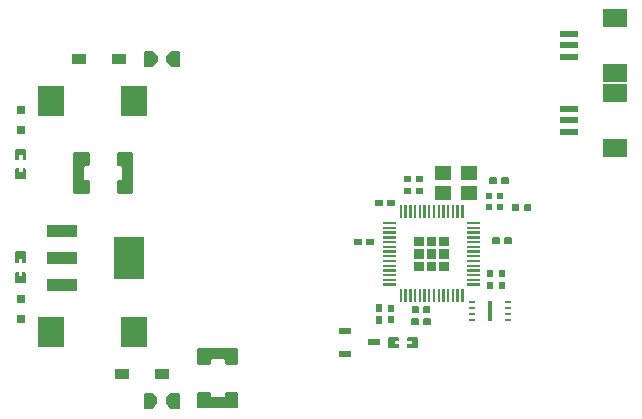
<source format=gtp>
G04 Layer: TopPasteMaskLayer*
G04 EasyEDA v6.5.29, 2023-07-19 21:43:04*
G04 f8bcf56a654e41728208f455603ead28,5a6b42c53f6a479593ecc07194224c93,10*
G04 Gerber Generator version 0.2*
G04 Scale: 100 percent, Rotated: No, Reflected: No *
G04 Dimensions in millimeters *
G04 leading zeros omitted , absolute positions ,4 integer and 5 decimal *
%FSLAX45Y45*%
%MOMM*%

%AMMACRO1*21,1,$1,$2,0,0,$3*%
%ADD10MACRO1,2.592X2.2075X-90.0000*%
%ADD11MACRO1,1.05X2.465X-90.0000*%
%ADD12MACRO1,3.54X2.465X90.0000*%
%ADD13R,1.2000X0.9500*%
%ADD14R,0.8000X0.8000*%
%ADD15MACRO1,1.2X1.4X-90.0000*%
%ADD16R,1.4000X1.2000*%
%ADD17MACRO1,1.2X1.4X90.0000*%
%ADD18R,0.6000X0.2800*%
%ADD19R,0.3000X1.7000*%
%ADD20R,0.5500X0.5500*%
%ADD21R,1.5500X0.6000*%
%ADD22R,2.0000X1.5000*%
%ADD23R,1.0700X0.6000*%
%ADD24R,0.0180X0.6000*%

%LPD*%
G36*
X-4307179Y506069D02*
G01*
X-4312208Y501091D01*
X-4312208Y416102D01*
X-4307179Y411073D01*
X-4227169Y411073D01*
X-4222191Y416102D01*
X-4222191Y501091D01*
X-4227169Y506069D01*
X-4252214Y506069D01*
X-4252214Y476097D01*
X-4282186Y476097D01*
X-4282186Y506069D01*
G37*
G36*
X-4307179Y681075D02*
G01*
X-4312208Y676097D01*
X-4312208Y591108D01*
X-4307179Y586079D01*
X-4282186Y586079D01*
X-4282186Y616102D01*
X-4252214Y616102D01*
X-4252214Y586079D01*
X-4227169Y586079D01*
X-4222191Y591108D01*
X-4222191Y676097D01*
X-4227169Y681075D01*
G37*
G36*
X-4307179Y1387906D02*
G01*
X-4312208Y1382877D01*
X-4312208Y1302918D01*
X-4307179Y1297889D01*
X-4227220Y1297889D01*
X-4222191Y1302918D01*
X-4222191Y1382877D01*
X-4227220Y1387906D01*
X-4249978Y1387906D01*
X-4249978Y1350873D01*
X-4282998Y1350873D01*
X-4282998Y1387906D01*
G37*
G36*
X-4307179Y1546910D02*
G01*
X-4312208Y1541881D01*
X-4312208Y1462887D01*
X-4307179Y1457909D01*
X-4282998Y1457909D01*
X-4282998Y1495907D01*
X-4249978Y1495907D01*
X-4249978Y1457909D01*
X-4227220Y1457909D01*
X-4222191Y1462887D01*
X-4222191Y1541881D01*
X-4227220Y1546910D01*
G37*
G36*
X-3814368Y1521155D02*
G01*
X-3824376Y1511147D01*
X-3824376Y1181252D01*
X-3814368Y1171244D01*
X-3693718Y1171244D01*
X-3683711Y1181252D01*
X-3683711Y1276705D01*
X-3693718Y1286713D01*
X-3721506Y1286713D01*
X-3731514Y1296720D01*
X-3731514Y1395679D01*
X-3721506Y1405686D01*
X-3693718Y1405686D01*
X-3683711Y1415694D01*
X-3683711Y1511147D01*
X-3693718Y1521155D01*
G37*
G36*
X-3443681Y1521155D02*
G01*
X-3453688Y1511147D01*
X-3453688Y1415694D01*
X-3443681Y1405686D01*
X-3415842Y1405686D01*
X-3405886Y1395679D01*
X-3405886Y1296720D01*
X-3415842Y1286713D01*
X-3443681Y1286713D01*
X-3453688Y1276705D01*
X-3453688Y1181252D01*
X-3443681Y1171244D01*
X-3323031Y1171244D01*
X-3313023Y1181252D01*
X-3313023Y1511147D01*
X-3323031Y1521155D01*
G37*
G36*
X-2993999Y2381656D02*
G01*
X-3032506Y2334818D01*
X-3032506Y2290775D01*
X-2993999Y2243937D01*
X-2925216Y2243937D01*
X-2915259Y2253945D01*
X-2915259Y2371648D01*
X-2925216Y2381656D01*
G37*
G36*
X-3211728Y2381656D02*
G01*
X-3221736Y2371648D01*
X-3221736Y2253945D01*
X-3211728Y2243937D01*
X-3142996Y2243937D01*
X-3104489Y2290775D01*
X-3104489Y2334818D01*
X-3142996Y2381656D01*
G37*
G36*
X-2998876Y-515366D02*
G01*
X-3037382Y-562152D01*
X-3037382Y-606247D01*
X-2998876Y-653034D01*
X-2930144Y-653034D01*
X-2920136Y-643077D01*
X-2920136Y-525373D01*
X-2930144Y-515366D01*
G37*
G36*
X-3216656Y-515366D02*
G01*
X-3226663Y-525373D01*
X-3226663Y-643077D01*
X-3216656Y-653034D01*
X-3147923Y-653034D01*
X-3109417Y-606247D01*
X-3109417Y-562152D01*
X-3147923Y-515366D01*
G37*
G36*
X-2763570Y-136652D02*
G01*
X-2773527Y-146659D01*
X-2773527Y-267309D01*
X-2763570Y-277317D01*
X-2668066Y-277317D01*
X-2658059Y-267309D01*
X-2658059Y-239471D01*
X-2648102Y-229463D01*
X-2549093Y-229463D01*
X-2539085Y-239471D01*
X-2539085Y-267309D01*
X-2529128Y-277317D01*
X-2433624Y-277317D01*
X-2423617Y-267309D01*
X-2423617Y-146659D01*
X-2433624Y-136652D01*
G37*
G36*
X-2763570Y-507288D02*
G01*
X-2773527Y-517296D01*
X-2773527Y-637997D01*
X-2763570Y-647954D01*
X-2433624Y-647954D01*
X-2423617Y-637997D01*
X-2423617Y-517296D01*
X-2433624Y-507288D01*
X-2529128Y-507288D01*
X-2539085Y-517296D01*
X-2539085Y-545134D01*
X-2549093Y-555142D01*
X-2648102Y-555142D01*
X-2658059Y-545134D01*
X-2658059Y-517296D01*
X-2668066Y-507288D01*
G37*
G36*
X-1152804Y230378D02*
G01*
X-1157782Y225399D01*
X-1157782Y177393D01*
X-1152804Y170383D01*
X-1107795Y170383D01*
X-1102817Y177393D01*
X-1102817Y225399D01*
X-1107795Y230378D01*
G37*
G36*
X-1152804Y134416D02*
G01*
X-1157782Y127406D01*
X-1157782Y79400D01*
X-1152804Y74422D01*
X-1107795Y74422D01*
X-1102817Y79400D01*
X-1102817Y127406D01*
X-1107795Y134416D01*
G37*
G36*
X-949299Y217982D02*
G01*
X-954278Y213004D01*
X-954278Y167995D01*
X-949299Y163017D01*
X-901293Y163017D01*
X-894283Y167995D01*
X-894283Y213004D01*
X-901293Y217982D01*
G37*
G36*
X-851306Y217982D02*
G01*
X-858316Y213004D01*
X-858316Y167995D01*
X-851306Y163017D01*
X-803300Y163017D01*
X-798322Y167995D01*
X-798322Y213004D01*
X-803300Y217982D01*
G37*
G36*
X-1254404Y235407D02*
G01*
X-1259382Y230378D01*
X-1259382Y177393D01*
X-1254404Y172415D01*
X-1209395Y172415D01*
X-1204417Y177393D01*
X-1204417Y230378D01*
X-1209395Y235407D01*
G37*
G36*
X-1254404Y132384D02*
G01*
X-1259382Y127406D01*
X-1259382Y74422D01*
X-1254404Y69392D01*
X-1209395Y69392D01*
X-1204417Y74422D01*
X-1204417Y127406D01*
X-1209395Y132384D01*
G37*
G36*
X-190906Y1310182D02*
G01*
X-195884Y1305204D01*
X-195884Y1260195D01*
X-190906Y1255217D01*
X-137922Y1255217D01*
X-132892Y1260195D01*
X-132892Y1305204D01*
X-137922Y1310182D01*
G37*
G36*
X-293878Y1310182D02*
G01*
X-298907Y1305204D01*
X-298907Y1260195D01*
X-293878Y1255217D01*
X-240893Y1255217D01*
X-235915Y1260195D01*
X-235915Y1305204D01*
X-240893Y1310182D01*
G37*
G36*
X-914806Y1322882D02*
G01*
X-919784Y1317904D01*
X-919784Y1272895D01*
X-914806Y1267917D01*
X-861771Y1267917D01*
X-856792Y1272895D01*
X-856792Y1317904D01*
X-861771Y1322882D01*
G37*
G36*
X-1017778Y1322882D02*
G01*
X-1022807Y1317904D01*
X-1022807Y1272895D01*
X-1017778Y1267917D01*
X-964793Y1267917D01*
X-959815Y1272895D01*
X-959815Y1317904D01*
X-964793Y1322882D01*
G37*
G36*
X-914806Y1221282D02*
G01*
X-919784Y1216304D01*
X-919784Y1171295D01*
X-914806Y1166317D01*
X-861771Y1166317D01*
X-856792Y1171295D01*
X-856792Y1216304D01*
X-861771Y1221282D01*
G37*
G36*
X-1017778Y1221282D02*
G01*
X-1022807Y1216304D01*
X-1022807Y1171295D01*
X-1017778Y1166317D01*
X-964793Y1166317D01*
X-959815Y1171295D01*
X-959815Y1216304D01*
X-964793Y1221282D01*
G37*
G36*
X-487375Y410413D02*
G01*
X-487375Y390398D01*
X-377393Y390398D01*
X-377393Y410413D01*
G37*
G36*
X-487375Y450392D02*
G01*
X-487375Y430377D01*
X-377393Y430377D01*
X-377393Y450392D01*
G37*
G36*
X-487375Y490423D02*
G01*
X-487375Y470408D01*
X-377393Y470408D01*
X-377393Y490423D01*
G37*
G36*
X-487375Y530402D02*
G01*
X-487375Y510438D01*
X-377393Y510438D01*
X-377393Y530402D01*
G37*
G36*
X-487375Y570382D02*
G01*
X-487375Y550367D01*
X-377393Y550367D01*
X-377393Y570382D01*
G37*
G36*
X-487375Y610412D02*
G01*
X-487375Y590397D01*
X-377393Y590397D01*
X-377393Y610412D01*
G37*
G36*
X-487375Y650392D02*
G01*
X-487375Y630377D01*
X-377393Y630377D01*
X-377393Y650392D01*
G37*
G36*
X-487375Y690422D02*
G01*
X-487375Y670407D01*
X-377393Y670407D01*
X-377393Y690422D01*
G37*
G36*
X-487375Y730402D02*
G01*
X-487375Y710387D01*
X-377393Y710387D01*
X-377393Y730402D01*
G37*
G36*
X-487375Y770382D02*
G01*
X-487375Y750366D01*
X-377393Y750366D01*
X-377393Y770382D01*
G37*
G36*
X-487375Y810412D02*
G01*
X-487375Y790397D01*
X-377393Y790397D01*
X-377393Y810412D01*
G37*
G36*
X-487375Y850392D02*
G01*
X-487375Y830376D01*
X-377393Y830376D01*
X-377393Y850392D01*
G37*
G36*
X-487375Y890422D02*
G01*
X-487375Y870407D01*
X-377393Y870407D01*
X-377393Y890422D01*
G37*
G36*
X-487375Y930402D02*
G01*
X-487375Y910386D01*
X-377393Y910386D01*
X-377393Y930402D01*
G37*
G36*
X-537413Y1070406D02*
G01*
X-537413Y960374D01*
X-517398Y960374D01*
X-517398Y1070406D01*
G37*
G36*
X-577392Y1070406D02*
G01*
X-577392Y960374D01*
X-557377Y960374D01*
X-557377Y1070406D01*
G37*
G36*
X-617372Y1070406D02*
G01*
X-617372Y960374D01*
X-597408Y960374D01*
X-597408Y1070406D01*
G37*
G36*
X-657402Y1070406D02*
G01*
X-657402Y960374D01*
X-637387Y960374D01*
X-637387Y1070406D01*
G37*
G36*
X-697382Y1070406D02*
G01*
X-697382Y960374D01*
X-677418Y960374D01*
X-677418Y1070406D01*
G37*
G36*
X-737412Y1070406D02*
G01*
X-737412Y960374D01*
X-717397Y960374D01*
X-717397Y1070406D01*
G37*
G36*
X-777392Y1070406D02*
G01*
X-777392Y960374D01*
X-757377Y960374D01*
X-757377Y1070406D01*
G37*
G36*
X-817372Y1070406D02*
G01*
X-817372Y960374D01*
X-797407Y960374D01*
X-797407Y1070406D01*
G37*
G36*
X-857402Y1070406D02*
G01*
X-857402Y960374D01*
X-837387Y960374D01*
X-837387Y1070406D01*
G37*
G36*
X-897382Y1070406D02*
G01*
X-897382Y960374D01*
X-877417Y960374D01*
X-877417Y1070406D01*
G37*
G36*
X-937412Y1070406D02*
G01*
X-937412Y960374D01*
X-917397Y960374D01*
X-917397Y1070406D01*
G37*
G36*
X-977392Y1070406D02*
G01*
X-977392Y960374D01*
X-957376Y960374D01*
X-957376Y1070406D01*
G37*
G36*
X-1017371Y1070406D02*
G01*
X-1017371Y960374D01*
X-997407Y960374D01*
X-997407Y1070406D01*
G37*
G36*
X-1057402Y1070406D02*
G01*
X-1057402Y960374D01*
X-1037386Y960374D01*
X-1037386Y1070406D01*
G37*
G36*
X-1197406Y930402D02*
G01*
X-1197406Y910386D01*
X-1087424Y910386D01*
X-1087424Y930402D01*
G37*
G36*
X-1197406Y890422D02*
G01*
X-1197406Y870407D01*
X-1087424Y870407D01*
X-1087424Y890422D01*
G37*
G36*
X-1197406Y850392D02*
G01*
X-1197406Y830376D01*
X-1087424Y830376D01*
X-1087424Y850392D01*
G37*
G36*
X-1197406Y810412D02*
G01*
X-1197406Y790397D01*
X-1087424Y790397D01*
X-1087424Y810412D01*
G37*
G36*
X-1197406Y770382D02*
G01*
X-1197406Y750366D01*
X-1087424Y750366D01*
X-1087424Y770382D01*
G37*
G36*
X-1197406Y730402D02*
G01*
X-1197406Y710387D01*
X-1087424Y710387D01*
X-1087424Y730402D01*
G37*
G36*
X-1197406Y690422D02*
G01*
X-1197406Y670407D01*
X-1087424Y670407D01*
X-1087424Y690422D01*
G37*
G36*
X-1197406Y650392D02*
G01*
X-1197406Y630377D01*
X-1087424Y630377D01*
X-1087424Y650392D01*
G37*
G36*
X-1197406Y610412D02*
G01*
X-1197406Y590397D01*
X-1087424Y590397D01*
X-1087424Y610412D01*
G37*
G36*
X-1197406Y570382D02*
G01*
X-1197406Y550367D01*
X-1087424Y550367D01*
X-1087424Y570382D01*
G37*
G36*
X-1197406Y530402D02*
G01*
X-1197406Y510438D01*
X-1087424Y510438D01*
X-1087424Y530402D01*
G37*
G36*
X-1197406Y490423D02*
G01*
X-1197406Y470408D01*
X-1087424Y470408D01*
X-1087424Y490423D01*
G37*
G36*
X-1197406Y450392D02*
G01*
X-1197406Y430377D01*
X-1087424Y430377D01*
X-1087424Y450392D01*
G37*
G36*
X-1197406Y410413D02*
G01*
X-1197406Y390398D01*
X-1087424Y390398D01*
X-1087424Y410413D01*
G37*
G36*
X-1057402Y360426D02*
G01*
X-1057402Y250393D01*
X-1037386Y250393D01*
X-1037386Y360426D01*
G37*
G36*
X-1017371Y360426D02*
G01*
X-1017371Y250393D01*
X-997407Y250393D01*
X-997407Y360426D01*
G37*
G36*
X-977392Y360426D02*
G01*
X-977392Y250393D01*
X-957376Y250393D01*
X-957376Y360426D01*
G37*
G36*
X-937412Y360426D02*
G01*
X-937412Y250393D01*
X-917397Y250393D01*
X-917397Y360426D01*
G37*
G36*
X-897382Y360426D02*
G01*
X-897382Y250393D01*
X-877417Y250393D01*
X-877417Y360426D01*
G37*
G36*
X-857402Y360426D02*
G01*
X-857402Y250393D01*
X-837387Y250393D01*
X-837387Y360426D01*
G37*
G36*
X-817372Y360426D02*
G01*
X-817372Y250393D01*
X-797407Y250393D01*
X-797407Y360426D01*
G37*
G36*
X-777392Y360426D02*
G01*
X-777392Y250393D01*
X-757377Y250393D01*
X-757377Y360426D01*
G37*
G36*
X-737412Y360426D02*
G01*
X-737412Y250393D01*
X-717397Y250393D01*
X-717397Y360426D01*
G37*
G36*
X-697382Y360426D02*
G01*
X-697382Y250393D01*
X-677418Y250393D01*
X-677418Y360426D01*
G37*
G36*
X-657402Y360426D02*
G01*
X-657402Y250393D01*
X-637387Y250393D01*
X-637387Y360426D01*
G37*
G36*
X-617372Y360426D02*
G01*
X-617372Y250393D01*
X-597408Y250393D01*
X-597408Y360426D01*
G37*
G36*
X-577392Y360426D02*
G01*
X-577392Y250393D01*
X-557377Y250393D01*
X-557377Y360426D01*
G37*
G36*
X-537413Y360426D02*
G01*
X-537413Y250393D01*
X-517398Y250393D01*
X-517398Y360426D01*
G37*
G36*
X-932383Y595376D02*
G01*
X-932383Y515416D01*
X-852424Y515416D01*
X-852424Y595376D01*
G37*
G36*
X-722426Y595376D02*
G01*
X-722426Y515416D01*
X-642416Y515416D01*
X-642416Y595376D01*
G37*
G36*
X-722376Y805383D02*
G01*
X-722376Y725373D01*
X-642416Y725373D01*
X-642416Y805383D01*
G37*
G36*
X-932383Y805383D02*
G01*
X-932383Y725373D01*
X-852373Y725373D01*
X-852373Y805383D01*
G37*
G36*
X-932383Y700430D02*
G01*
X-932383Y620420D01*
X-852373Y620420D01*
X-852373Y700430D01*
G37*
G36*
X-827379Y595376D02*
G01*
X-827379Y515366D01*
X-747420Y515366D01*
X-747420Y595376D01*
G37*
G36*
X-722376Y700430D02*
G01*
X-722376Y620420D01*
X-642416Y620420D01*
X-642416Y700430D01*
G37*
G36*
X-827379Y700379D02*
G01*
X-827379Y620420D01*
X-747420Y620420D01*
X-747420Y700379D01*
G37*
G36*
X-827379Y805891D02*
G01*
X-827379Y725881D01*
X-747420Y725881D01*
X-747420Y805891D01*
G37*
G36*
X-954278Y116382D02*
G01*
X-959307Y111404D01*
X-959307Y66395D01*
X-954278Y61417D01*
X-901293Y61417D01*
X-896315Y66395D01*
X-896315Y111404D01*
X-901293Y116382D01*
G37*
G36*
X-851306Y116382D02*
G01*
X-856284Y111404D01*
X-856284Y66395D01*
X-851306Y61417D01*
X-798322Y61417D01*
X-793292Y66395D01*
X-793292Y111404D01*
X-798322Y116382D01*
G37*
G36*
X-1156106Y1119682D02*
G01*
X-1161084Y1114704D01*
X-1161084Y1069695D01*
X-1156106Y1064717D01*
X-1103071Y1064717D01*
X-1098092Y1069695D01*
X-1098092Y1114704D01*
X-1103071Y1119682D01*
G37*
G36*
X-1259078Y1119682D02*
G01*
X-1264107Y1114704D01*
X-1264107Y1069695D01*
X-1259078Y1064717D01*
X-1206093Y1064717D01*
X-1201115Y1069695D01*
X-1201115Y1114704D01*
X-1206093Y1119682D01*
G37*
G36*
X-1333906Y789482D02*
G01*
X-1338884Y784504D01*
X-1338884Y739495D01*
X-1333906Y734517D01*
X-1280871Y734517D01*
X-1275892Y739495D01*
X-1275892Y784504D01*
X-1280871Y789482D01*
G37*
G36*
X-1436878Y789482D02*
G01*
X-1441907Y784504D01*
X-1441907Y739495D01*
X-1436878Y734517D01*
X-1383893Y734517D01*
X-1378915Y739495D01*
X-1378915Y784504D01*
X-1383893Y789482D01*
G37*
G36*
X-314604Y424484D02*
G01*
X-319582Y419506D01*
X-319582Y366522D01*
X-314604Y361492D01*
X-269595Y361492D01*
X-264617Y366522D01*
X-264617Y419506D01*
X-269595Y424484D01*
G37*
G36*
X-314604Y527507D02*
G01*
X-319582Y522478D01*
X-319582Y469493D01*
X-314604Y464515D01*
X-269595Y464515D01*
X-264617Y469493D01*
X-264617Y522478D01*
X-269595Y527507D01*
G37*
G36*
X-213004Y424484D02*
G01*
X-217982Y419506D01*
X-217982Y366522D01*
X-213004Y361492D01*
X-167995Y361492D01*
X-163017Y366522D01*
X-163017Y419506D01*
X-167995Y424484D01*
G37*
G36*
X-213004Y527507D02*
G01*
X-217982Y522478D01*
X-217982Y469493D01*
X-213004Y464515D01*
X-167995Y464515D01*
X-163017Y469493D01*
X-163017Y522478D01*
X-167995Y527507D01*
G37*
G36*
X-268528Y802182D02*
G01*
X-273507Y797204D01*
X-273507Y752195D01*
X-268528Y747217D01*
X-215493Y747217D01*
X-210515Y752195D01*
X-210515Y797204D01*
X-215493Y802182D01*
G37*
G36*
X-165506Y802182D02*
G01*
X-170484Y797204D01*
X-170484Y752195D01*
X-165506Y747217D01*
X-112522Y747217D01*
X-107492Y752195D01*
X-107492Y797204D01*
X-112522Y802182D01*
G37*
G36*
X-103378Y1081582D02*
G01*
X-108407Y1076604D01*
X-108407Y1031595D01*
X-103378Y1026617D01*
X-50393Y1026617D01*
X-45415Y1031595D01*
X-45415Y1076604D01*
X-50393Y1081582D01*
G37*
G36*
X-406Y1081582D02*
G01*
X-5384Y1076604D01*
X-5384Y1031595D01*
X-406Y1026617D01*
X52578Y1026617D01*
X57607Y1031595D01*
X57607Y1076604D01*
X52578Y1081582D01*
G37*
G36*
X-1148181Y-43891D02*
G01*
X-1153210Y-48920D01*
X-1153210Y-128879D01*
X-1148181Y-133908D01*
X-1068222Y-133908D01*
X-1063193Y-128879D01*
X-1063193Y-106121D01*
X-1100175Y-106121D01*
X-1100175Y-73101D01*
X-1063193Y-73101D01*
X-1063193Y-48920D01*
X-1068222Y-43891D01*
G37*
G36*
X-988212Y-43891D02*
G01*
X-993190Y-48920D01*
X-993190Y-73101D01*
X-955192Y-73101D01*
X-955192Y-106121D01*
X-993190Y-106121D01*
X-993190Y-128879D01*
X-988212Y-133908D01*
X-909218Y-133908D01*
X-904189Y-128879D01*
X-904189Y-48920D01*
X-909218Y-43891D01*
G37*
D10*
G01*
X-4008716Y1955794D03*
G01*
X-3306467Y1955794D03*
G01*
X-4008716Y-5D03*
G01*
X-3306467Y-5D03*
D11*
G01*
X-3917942Y853693D03*
G01*
X-3917942Y623694D03*
G01*
X-3917942Y393694D03*
D12*
G01*
X-3346442Y623694D03*
D13*
G01*
X-3408484Y-355594D03*
G01*
X-3068480Y-355594D03*
G01*
X-3776784Y2312802D03*
G01*
X-3436780Y2312802D03*
D14*
G01*
X-4267182Y275595D03*
G01*
X-4267182Y105415D03*
G01*
X-4267182Y1705615D03*
G01*
X-4267182Y1875795D03*
D15*
G01*
X-474200Y1342288D03*
G01*
X-694199Y1342288D03*
D16*
G01*
X-694189Y1172291D03*
D17*
G01*
X-474200Y1172286D03*
D18*
G01*
X-442831Y252811D03*
G01*
X-442831Y202798D03*
G01*
X-442831Y152811D03*
G01*
X-442831Y102798D03*
G01*
X-141358Y252811D03*
G01*
X-141358Y202798D03*
G01*
X-141358Y152811D03*
G01*
X-141358Y102798D03*
D19*
G01*
X-292082Y177805D03*
D20*
G01*
X-301505Y1152428D03*
G01*
X-301505Y1057407D03*
G01*
X-206484Y1057407D03*
G01*
X-206484Y1152428D03*
D21*
G01*
X377741Y1690705D03*
G01*
X377741Y1790705D03*
G01*
X377741Y1890704D03*
D22*
G01*
X765243Y2020702D03*
G01*
X765243Y1560708D03*
D23*
G01*
X-1520502Y6101D03*
G01*
X-1520502Y-183890D03*
G01*
X-1273487Y-88894D03*
D21*
G01*
X377741Y2325705D03*
G01*
X377741Y2425705D03*
G01*
X377741Y2525704D03*
D22*
G01*
X765243Y2655702D03*
G01*
X765243Y2195708D03*
M02*

</source>
